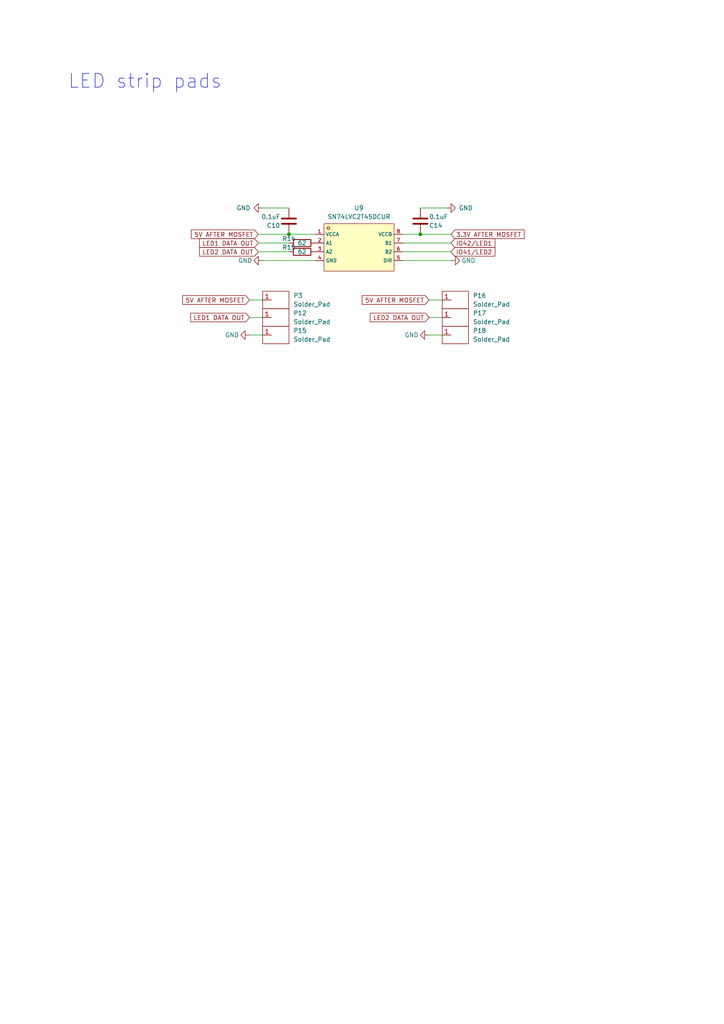
<source format=kicad_sch>
(kicad_sch (version 20230121) (generator eeschema)
  (paper "A4" portrait)
  (lib_symbols
    (symbol "Device:C" (pin_numbers hide) (pin_names (offset 0.254))
      (property "Reference" "C" (at 0.635 2.54 0))
      (property "Value" "C" (at 0.635 -2.54 0))
      (symbol "C_0_1"
        (polyline (pts (xy -2.032 -0.762) (xy 2.032 -0.762)) (stroke (width 0.508)))
        (polyline (pts (xy -2.032 0.762) (xy 2.032 0.762)) (stroke (width 0.508)))
      )
      (symbol "C_1_1"
        (pin passive line (at 0 3.81 270) (length 2.794) (name "~") (number "1"))
        (pin passive line (at 0 -3.81 90) (length 2.794) (name "~") (number "2"))
      )
    )
    (symbol "Device:R" (pin_numbers hide) (pin_names (offset 0))
      (property "Reference" "R" (at 2.032 0 90))
      (property "Value" "R" (at 0 0 90))
      (symbol "R_0_1"
        (rectangle (start -1.016 -2.54) (end 1.016 2.54) (stroke (width 0.254)))
      )
      (symbol "R_1_1"
        (pin passive line (at 0 3.81 270) (length 1.27) (name "~") (number "1"))
        (pin passive line (at 0 -3.81 90) (length 1.27) (name "~") (number "2"))
      )
    )
    (symbol "MyParts:SN74LVC2T45DCUR"
      (property "Reference" "U" (at 0 1.27 0))
      (property "Value" "SN74LVC2T45DCUR" (at 0 -2.54 0))
      (symbol "SN74LVC2T45DCUR_0_0"
        (rectangle (start -10.16 -12.192) (end 10.16 -25.908) (fill (type background)))
        (circle (center -8.89 -13.462) (radius 0.381) (fill (type background)))
        (circle (center -8.89 -13.462) (radius 0.381) (fill (type background)))
        (pin unspecified line (at -12.7 -15.24 0) (length 2.54) (name "VCCA") (number "1"))
        (pin unspecified line (at -12.7 -17.78 0) (length 2.54) (name "A1") (number "2"))
        (pin unspecified line (at -12.7 -20.32 0) (length 2.54) (name "A2") (number "3"))
        (pin unspecified line (at -12.7 -22.86 0) (length 2.54) (name "GND") (number "4"))
        (pin unspecified line (at 12.7 -22.86 180) (length 2.54) (name "DIR") (number "5"))
        (pin unspecified line (at 12.7 -20.32 180) (length 2.54) (name "B2") (number "6"))
        (pin unspecified line (at 12.7 -17.78 180) (length 2.54) (name "B1") (number "7"))
        (pin unspecified line (at 12.7 -15.24 180) (length 2.54) (name "VCCB") (number "8"))
      )
    )
    (symbol "MyParts:Solder_Pad"
      (property "Reference" "P" (at 0 3.81 0))
      (property "Value" "Solder_Pad" (at 0 -2.54 0))
      (symbol "Solder_Pad_0_1"
        (rectangle (start 0 2.54) (end 7.62 -2.54) (stroke (width 0.1524)))
      )
      (symbol "Solder_Pad_1_1"
        (pin bidirectional line (at 0 0 0) (length 2.54) (name "") (number "1"))
      )
    )
    (symbol "power:GND" (power) (pin_names (offset 0))
      (property "Value" "GND" (at 0 -3.81 0))
      (symbol "GND_0_1"
        (polyline (pts (xy 0 0) (xy 0 -1.27) (xy 1.27 -1.27) (xy 0 -2.54) (xy -1.27 -1.27) (xy 0 -1.27)))
      )
      (symbol "GND_1_1"
        (pin power_in line (at 0 0 270) (length 0) hide (name "GND") (number "1"))
      )
    )
  )
  (junction (at 121.92 67.945))
  (junction (at 83.82 67.945))
  (wire (pts (xy 124.46 86.995) (xy 128.27 86.995)))
  (wire (pts (xy 116.84 75.565) (xy 130.81 75.565)))
  (wire (pts (xy 74.93 70.485) (xy 83.82 70.485)))
  (wire (pts (xy 72.39 92.075) (xy 76.2 92.075)))
  (wire (pts (xy 116.84 70.485) (xy 130.81 70.485)))
  (wire (pts (xy 124.46 97.155) (xy 128.27 97.155)))
  (wire (pts (xy 121.92 67.945) (xy 130.81 67.945)))
  (wire (pts (xy 121.92 60.325) (xy 129.54 60.325)))
  (wire (pts (xy 76.2 75.565) (xy 91.44 75.565)))
  (wire (pts (xy 72.39 97.155) (xy 76.2 97.155)))
  (wire (pts (xy 116.84 67.945) (xy 121.92 67.945)))
  (wire (pts (xy 83.82 67.945) (xy 91.44 67.945)))
  (wire (pts (xy 124.46 92.075) (xy 128.27 92.075)))
  (wire (pts (xy 83.82 60.325) (xy 76.2 60.325)))
  (wire (pts (xy 116.84 73.025) (xy 130.81 73.025)))
  (wire (pts (xy 72.39 86.995) (xy 76.2 86.995)))
  (wire (pts (xy 74.93 67.945) (xy 83.82 67.945)))
  (wire (pts (xy 74.93 73.025) (xy 83.82 73.025)))
  (text "LED strip pads" (at 19.685 26.035 0) (effects (font (size 4 4)) (justify left bottom)))
  (global_label "5V AFTER MOSFET" (shape input) (at 74.93 67.945 180) (property "Intersheetrefs" "${INTERSHEET_REFS}" (effects hide)))
  (global_label "IO41{slash}LED2" (shape input) (at 130.81 73.025 0) (property "Intersheetrefs" "${INTERSHEET_REFS}" (effects hide)))
  (global_label "5V AFTER MOSFET" (shape input) (at 124.46 86.995 180) (property "Intersheetrefs" "${INTERSHEET_REFS}" (effects hide)))
  (global_label "LED1 DATA OUT" (shape input) (at 74.93 70.485 180) (property "Intersheetrefs" "${INTERSHEET_REFS}" (effects hide)))
  (global_label "IO42{slash}LED1" (shape input) (at 130.81 70.485 0) (property "Intersheetrefs" "${INTERSHEET_REFS}" (effects hide)))
  (global_label "3.3V AFTER MOSFET" (shape input) (at 130.81 67.945 0) (property "Intersheetrefs" "${INTERSHEET_REFS}" (effects hide)))
  (global_label "LED2 DATA OUT" (shape input) (at 74.93 73.025 180) (property "Intersheetrefs" "${INTERSHEET_REFS}" (effects hide)))
  (global_label "LED1 DATA OUT" (shape input) (at 72.39 92.075 180) (property "Intersheetrefs" "${INTERSHEET_REFS}" (effects hide)))
  (global_label "5V AFTER MOSFET" (shape input) (at 72.39 86.995 180) (property "Intersheetrefs" "${INTERSHEET_REFS}" (effects hide)))
  (global_label "LED2 DATA OUT" (shape input) (at 124.46 92.075 180) (property "Intersheetrefs" "${INTERSHEET_REFS}" (effects hide)))
  (symbol (lib_id "power:GND") (at 72.39 97.155 270) (mirror x) (unit 1)
    (property "Reference" "#PWR0132" (effects hide))
    (property "Value" "GND" (at 67.31 97.155 90))
  )
  (symbol (lib_id "power:GND") (at 76.2 75.565 270) (mirror x) (unit 1)
    (property "Reference" "#PWR0134" (effects hide))
    (property "Value" "GND" (at 71.12 75.565 90))
  )
  (symbol (lib_id "power:GND") (at 130.81 75.565 90) (mirror x) (unit 1)
    (property "Reference" "#PWR0154" (effects hide))
    (property "Value" "GND" (at 135.89 75.565 90))
  )
  (symbol (lib_id "Device:C") (at 83.82 64.135 180) (unit 1)
    (property "Reference" "C10" (at 81.28 65.405 0) (effects (justify left)))
    (property "Value" "0.1uF" (at 81.28 62.865 0) (effects (justify left)))
    (property "Footprint" "Capacitor_SMD:C_0402_1005Metric" (effects hide))
    (property "LCSC #" "C1525" (effects hide))
  )
  (symbol (lib_id "MyParts:Solder_Pad") (at 128.27 97.155 0) (unit 1)
    (property "Reference" "P18" (at 137.16 95.8849 0) (effects (justify left)))
    (property "Value" "Solder_Pad" (at 137.16 98.4249 0) (effects (justify left)))
    (property "Footprint" "footprint:Solder pad" (effects hide))
  )
  (symbol (lib_id "MyParts:Solder_Pad") (at 76.2 92.075 0) (unit 1)
    (property "Reference" "P12" (at 85.09 90.8049 0) (effects (justify left)))
    (property "Value" "Solder_Pad" (at 85.09 93.3449 0) (effects (justify left)))
    (property "Footprint" "footprint:Solder pad" (effects hide))
  )
  (symbol (lib_id "MyParts:Solder_Pad") (at 76.2 86.995 0) (unit 1)
    (property "Reference" "P3" (at 85.09 85.7249 0) (effects (justify left)))
    (property "Value" "Solder_Pad" (at 85.09 88.2649 0) (effects (justify left)))
    (property "Footprint" "footprint:Solder pad" (effects hide))
  )
  (symbol (lib_id "MyParts:Solder_Pad") (at 128.27 86.995 0) (unit 1)
    (property "Reference" "P16" (at 137.16 85.7249 0) (effects (justify left)))
    (property "Value" "Solder_Pad" (at 137.16 88.2649 0) (effects (justify left)))
    (property "Footprint" "footprint:Solder pad" (effects hide))
  )
  (symbol (lib_id "Device:R") (at 87.63 70.485 270) (unit 1)
    (property "Reference" "R14" (at 83.82 69.215 90))
    (property "Value" "62" (at 87.63 70.485 90))
    (property "Footprint" "Resistor_SMD:R_0402_1005Metric" (effects hide))
    (property "LCSC #" "C4962" (effects hide))
  )
  (symbol (lib_id "power:GND") (at 124.46 97.155 270) (mirror x) (unit 1)
    (property "Reference" "#PWR0150" (effects hide))
    (property "Value" "GND" (at 119.38 97.155 90))
  )
  (symbol (lib_id "Device:R") (at 87.63 73.025 270) (unit 1)
    (property "Reference" "R15" (at 83.82 71.755 90))
    (property "Value" "62" (at 87.63 73.025 90))
    (property "Footprint" "Resistor_SMD:R_0402_1005Metric" (effects hide))
    (property "LCSC #" "C4962" (effects hide))
  )
  (symbol (lib_id "Device:C") (at 121.92 64.135 0) (mirror x) (unit 1)
    (property "Reference" "C14" (at 124.46 65.405 0) (effects (justify left)))
    (property "Value" "0.1uF" (at 124.46 62.865 0) (effects (justify left)))
    (property "Footprint" "Capacitor_SMD:C_0402_1005Metric" (effects hide))
    (property "LCSC #" "C1525" (effects hide))
  )
  (symbol (lib_id "power:GND") (at 129.54 60.325 90) (unit 1)
    (property "Reference" "#PWR0149" (effects hide))
    (property "Value" "GND" (at 137.16 60.325 90) (effects (justify left)))
  )
  (symbol (lib_id "MyParts:Solder_Pad") (at 128.27 92.075 0) (unit 1)
    (property "Reference" "P17" (at 137.16 90.8049 0) (effects (justify left)))
    (property "Value" "Solder_Pad" (at 137.16 93.3449 0) (effects (justify left)))
    (property "Footprint" "footprint:Solder pad" (effects hide))
  )
  (symbol (lib_id "MyParts:Solder_Pad") (at 76.2 97.155 0) (unit 1)
    (property "Reference" "P15" (at 85.09 95.8849 0) (effects (justify left)))
    (property "Value" "Solder_Pad" (at 85.09 98.4249 0) (effects (justify left)))
    (property "Footprint" "footprint:Solder pad" (effects hide))
  )
  (symbol (lib_id "MyParts:SN74LVC2T45DCUR") (at 104.14 52.705 0) (unit 1)
    (property "Reference" "U9" (at 104.14 60.325 0))
    (property "Value" "SN74LVC2T45DCUR" (at 104.14 62.865 0))
    (property "Footprint" "footprint:VSSOP-8_L2.4-W2.1-P0.50-LS3.2-BR" (effects hide))
    (property "Datasheet" "https://item.szlcsc.com/61761.html" (effects hide))
    (property "LCSC #" "C15741" (effects hide))
  )
  (symbol (lib_id "power:GND") (at 76.2 60.325 270) (mirror x) (unit 1)
    (property "Reference" "#PWR0133" (effects hide))
    (property "Value" "GND" (at 68.58 60.325 90) (effects (justify left)))
  )
)
</source>
